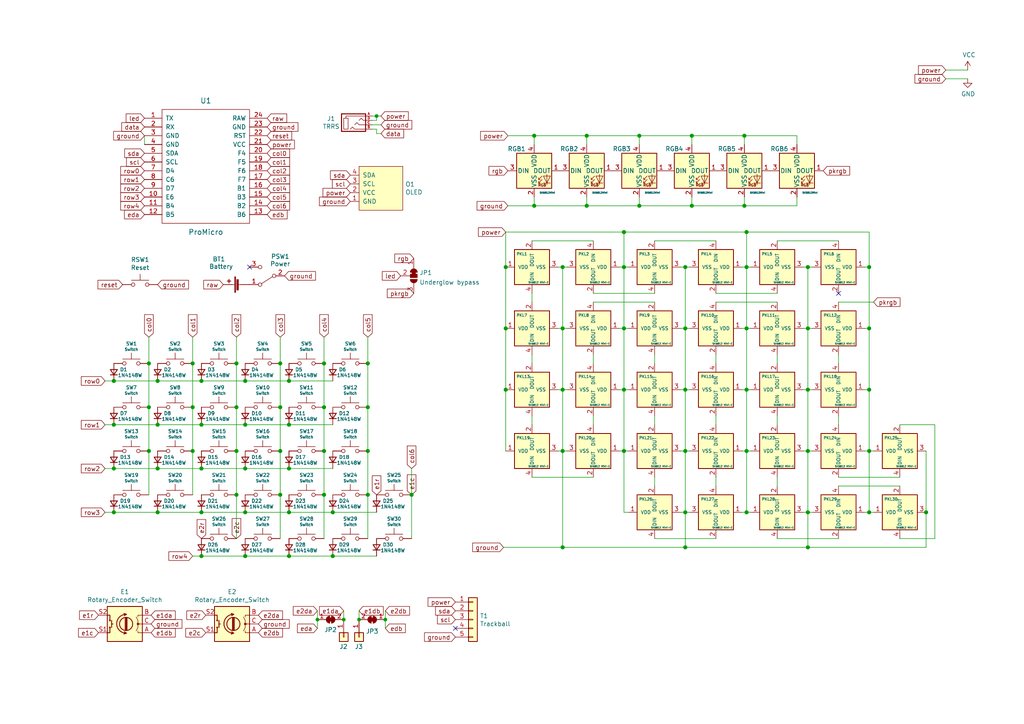
<source format=kicad_sch>
(kicad_sch (version 20210621) (generator eeschema)
  (paper "A4")
  (title_block (title "Ursula") (date "2021-11-26") (rev "0.5") (company "jmnw"))
  (junction (at 43.18 105.41) (diameter 1.016))
  (junction (at 111.76 179.705))
  (junction (at 163.195 113.03) (diameter 1.016))
  (junction (at 180.975 77.47) (diameter 1.016))
  (junction (at 45.72 148.59) (diameter 1.016))
  (junction (at 146.685 113.03) (diameter 1.016))
  (junction (at 216.535 67.31) (diameter 1.016))
  (junction (at 83.82 135.89) (diameter 1.016))
  (junction (at 154.94 39.37) (diameter 1.016))
  (junction (at 234.315 130.81) (diameter 1.016))
  (junction (at 58.42 148.59) (diameter 1.016))
  (junction (at 33.02 123.19) (diameter 1.016))
  (junction (at 71.12 135.89) (diameter 1.016))
  (junction (at 83.82 148.59) (diameter 1.016))
  (junction (at 185.42 59.69) (diameter 1.016))
  (junction (at 83.82 161.29) (diameter 1.016))
  (junction (at 119.38 143.51) (diameter 1.016))
  (junction (at 96.52 161.29) (diameter 1.016))
  (junction (at 154.94 59.69) (diameter 1.016))
  (junction (at 71.12 161.29) (diameter 1.016))
  (junction (at 180.975 113.03) (diameter 1.016))
  (junction (at 216.535 148.59) (diameter 1.016))
  (junction (at 106.68 118.11) (diameter 1.016))
  (junction (at 198.755 113.03) (diameter 1.016))
  (junction (at 198.755 95.25) (diameter 1.016))
  (junction (at 163.195 95.25) (diameter 1.016))
  (junction (at 33.02 148.59) (diameter 1.016))
  (junction (at 71.12 148.59) (diameter 1.016))
  (junction (at 93.98 143.51) (diameter 1.016))
  (junction (at 216.535 130.81) (diameter 1.016))
  (junction (at 81.28 130.81) (diameter 1.016))
  (junction (at 96.52 148.59) (diameter 1.016))
  (junction (at 170.18 39.37) (diameter 1.016))
  (junction (at 198.755 77.47) (diameter 1.016))
  (junction (at 200.66 39.37) (diameter 1.016))
  (junction (at 58.42 110.49) (diameter 1.016))
  (junction (at 106.68 130.81) (diameter 1.016))
  (junction (at 163.195 158.75) (diameter 1.016))
  (junction (at 216.535 95.25) (diameter 1.016))
  (junction (at 81.28 105.41) (diameter 1.016))
  (junction (at 99.695 179.705))
  (junction (at 83.82 110.49) (diameter 1.016))
  (junction (at 45.72 123.19) (diameter 1.016))
  (junction (at 58.42 135.89) (diameter 1.016))
  (junction (at 68.58 118.11) (diameter 1.016))
  (junction (at 268.605 148.59) (diameter 1.016))
  (junction (at 93.98 118.11) (diameter 1.016))
  (junction (at 43.18 130.81) (diameter 1.016))
  (junction (at 200.66 59.69) (diameter 1.016))
  (junction (at 215.9 59.69) (diameter 1.016))
  (junction (at 198.755 148.59) (diameter 1.016))
  (junction (at 234.315 148.59) (diameter 1.016))
  (junction (at 252.095 77.47) (diameter 1.016))
  (junction (at 163.195 77.47) (diameter 1.016))
  (junction (at 93.98 130.81) (diameter 1.016))
  (junction (at 33.02 110.49) (diameter 1.016))
  (junction (at 180.975 95.25) (diameter 1.016))
  (junction (at 45.72 110.49) (diameter 1.016))
  (junction (at 106.68 143.51) (diameter 1.016))
  (junction (at 55.88 105.41) (diameter 1.016))
  (junction (at 198.755 158.75) (diameter 1.016))
  (junction (at 163.195 130.81) (diameter 1.016))
  (junction (at 234.315 95.25) (diameter 1.016))
  (junction (at 93.98 105.41) (diameter 1.016))
  (junction (at 180.975 67.31) (diameter 1.016))
  (junction (at 71.12 110.49) (diameter 1.016))
  (junction (at 33.02 135.89) (diameter 1.016))
  (junction (at 252.095 130.81) (diameter 1.016))
  (junction (at 215.9 39.37) (diameter 1.016))
  (junction (at 252.095 148.59) (diameter 1.016))
  (junction (at 146.685 77.47) (diameter 1.016))
  (junction (at 45.72 135.89) (diameter 1.016))
  (junction (at 55.88 118.11) (diameter 1.016))
  (junction (at 104.14 179.705))
  (junction (at 58.42 123.19) (diameter 1.016))
  (junction (at 81.28 143.51) (diameter 1.016))
  (junction (at 234.315 77.47) (diameter 1.016))
  (junction (at 216.535 113.03) (diameter 1.016))
  (junction (at 92.075 179.705))
  (junction (at 216.535 77.47) (diameter 1.016))
  (junction (at 170.18 59.69) (diameter 1.016))
  (junction (at 43.18 118.11) (diameter 1.016))
  (junction (at 81.28 118.11) (diameter 1.016))
  (junction (at 68.58 143.51) (diameter 1.016))
  (junction (at 106.68 105.41) (diameter 1.016))
  (junction (at 180.975 130.81) (diameter 1.016))
  (junction (at 252.095 113.03) (diameter 1.016))
  (junction (at 58.42 161.29) (diameter 1.016))
  (junction (at 252.095 95.25) (diameter 1.016))
  (junction (at 234.315 113.03) (diameter 1.016))
  (junction (at 83.82 123.19) (diameter 1.016))
  (junction (at 109.22 33.655))
  (junction (at 68.58 105.41) (diameter 1.016))
  (junction (at 234.315 158.75) (diameter 1.016))
  (junction (at 68.58 130.81) (diameter 1.016))
  (junction (at 185.42 39.37) (diameter 1.016))
  (junction (at 71.12 123.19) (diameter 1.016))
  (junction (at 55.88 130.81) (diameter 1.016))
  (junction (at 146.685 95.25) (diameter 1.016))
  (junction (at 198.755 130.81) (diameter 1.016))
  (no_connect (at 72.39 77.47))
  (no_connect (at 243.205 85.09))
  (no_connect (at 132.08 182.245))
  (wire (pts (xy 260.985 123.19) (xy 271.145 123.19)))
  (wire (pts (xy 200.66 57.15) (xy 200.66 59.69)))
  (wire (pts (xy 197.485 148.59) (xy 198.755 148.59)))
  (wire (pts (xy 250.825 130.81) (xy 252.095 130.81)))
  (wire (pts (xy 207.645 138.43) (xy 207.645 140.97)))
  (wire (pts (xy 180.975 77.47) (xy 182.245 77.47)))
  (wire (pts (xy 55.88 161.29) (xy 58.42 161.29)))
  (wire (pts (xy 163.195 130.81) (xy 163.195 158.75)))
  (wire (pts (xy 161.925 95.25) (xy 163.195 95.25)))
  (wire (pts (xy 274.32 22.86) (xy 280.67 22.86)))
  (wire (pts (xy 243.205 140.97) (xy 260.985 140.97)))
  (wire (pts (xy 83.82 161.29) (xy 96.52 161.29)))
  (wire (pts (xy 189.865 156.21) (xy 207.645 156.21)))
  (wire (pts (xy 216.535 95.25) (xy 216.535 113.03)))
  (wire (pts (xy 119.38 143.51) (xy 119.38 156.21)))
  (wire (pts (xy 119.38 135.89) (xy 119.38 143.51)))
  (wire (pts (xy 185.42 59.69) (xy 200.66 59.69)))
  (wire (pts (xy 45.72 123.19) (xy 58.42 123.19)))
  (wire (pts (xy 215.9 39.37) (xy 231.14 39.37)))
  (wire (pts (xy 180.975 67.31) (xy 216.535 67.31)))
  (wire (pts (xy 234.315 148.59) (xy 234.315 158.75)))
  (wire (pts (xy 233.045 113.03) (xy 234.315 113.03)))
  (wire (pts (xy 179.705 130.81) (xy 180.975 130.81)))
  (wire (pts (xy 234.315 113.03) (xy 234.315 130.81)))
  (wire (pts (xy 198.755 148.59) (xy 198.755 158.75)))
  (wire (pts (xy 207.645 87.63) (xy 225.425 87.63)))
  (wire (pts (xy 207.645 120.65) (xy 207.645 123.19)))
  (wire (pts (xy 252.095 77.47) (xy 252.095 95.25)))
  (wire (pts (xy 179.705 95.25) (xy 180.975 95.25)))
  (wire (pts (xy 30.48 135.89) (xy 33.02 135.89)))
  (wire (pts (xy 58.42 123.19) (xy 71.12 123.19)))
  (wire (pts (xy 172.085 102.87) (xy 172.085 105.41)))
  (wire (pts (xy 55.88 118.11) (xy 55.88 130.81)))
  (wire (pts (xy 55.88 105.41) (xy 55.88 118.11)))
  (wire (pts (xy 55.88 97.79) (xy 55.88 105.41)))
  (wire (pts (xy 55.88 130.81) (xy 55.88 143.51)))
  (wire (pts (xy 83.82 148.59) (xy 96.52 148.59)))
  (wire (pts (xy 225.425 69.85) (xy 243.205 69.85)))
  (wire (pts (xy 250.825 113.03) (xy 252.095 113.03)))
  (wire (pts (xy 106.68 97.79) (xy 106.68 105.41)))
  (wire (pts (xy 106.68 118.11) (xy 106.68 130.81)))
  (wire (pts (xy 106.68 105.41) (xy 106.68 118.11)))
  (wire (pts (xy 106.68 130.81) (xy 106.68 143.51)))
  (wire (pts (xy 106.68 143.51) (xy 106.68 156.21)))
  (wire (pts (xy 268.605 148.59) (xy 268.605 158.75)))
  (wire (pts (xy 268.605 130.81) (xy 268.605 148.59)))
  (wire (pts (xy 30.48 123.19) (xy 33.02 123.19)))
  (wire (pts (xy 170.18 57.15) (xy 170.18 59.69)))
  (wire (pts (xy 180.975 95.25) (xy 180.975 113.03)))
  (wire (pts (xy 33.02 123.19) (xy 45.72 123.19)))
  (wire (pts (xy 198.755 77.47) (xy 198.755 95.25)))
  (wire (pts (xy 96.52 161.29) (xy 109.22 161.29)))
  (wire (pts (xy 163.195 95.25) (xy 164.465 95.25)))
  (wire (pts (xy 33.02 148.59) (xy 45.72 148.59)))
  (wire (pts (xy 170.18 39.37) (xy 185.42 39.37)))
  (wire (pts (xy 99.695 177.165) (xy 99.695 179.705)))
  (wire (pts (xy 198.755 95.25) (xy 200.025 95.25)))
  (wire (pts (xy 252.095 148.59) (xy 253.365 148.59)))
  (wire (pts (xy 197.485 95.25) (xy 198.755 95.25)))
  (wire (pts (xy 146.05 158.75) (xy 163.195 158.75)))
  (wire (pts (xy 163.195 113.03) (xy 164.465 113.03)))
  (wire (pts (xy 271.145 123.19) (xy 271.145 156.21)))
  (wire (pts (xy 215.265 77.47) (xy 216.535 77.47)))
  (wire (pts (xy 243.205 87.63) (xy 253.365 87.63)))
  (wire (pts (xy 243.205 138.43) (xy 260.985 138.43)))
  (wire (pts (xy 215.9 57.15) (xy 215.9 59.69)))
  (wire (pts (xy 216.535 113.03) (xy 216.535 130.81)))
  (wire (pts (xy 215.265 148.59) (xy 216.535 148.59)))
  (wire (pts (xy 154.94 59.69) (xy 170.18 59.69)))
  (wire (pts (xy 68.58 105.41) (xy 68.58 118.11)))
  (wire (pts (xy 68.58 97.79) (xy 68.58 105.41)))
  (wire (pts (xy 68.58 130.81) (xy 68.58 143.51)))
  (wire (pts (xy 68.58 118.11) (xy 68.58 130.81)))
  (wire (pts (xy 68.58 143.51) (xy 68.58 156.21)))
  (wire (pts (xy 234.315 95.25) (xy 234.315 113.03)))
  (wire (pts (xy 180.975 77.47) (xy 180.975 95.25)))
  (wire (pts (xy 198.755 113.03) (xy 198.755 130.81)))
  (wire (pts (xy 225.425 138.43) (xy 225.425 140.97)))
  (wire (pts (xy 215.265 130.81) (xy 216.535 130.81)))
  (wire (pts (xy 250.825 77.47) (xy 252.095 77.47)))
  (wire (pts (xy 200.66 39.37) (xy 200.66 41.91)))
  (wire (pts (xy 234.315 130.81) (xy 235.585 130.81)))
  (wire (pts (xy 198.755 158.75) (xy 234.315 158.75)))
  (wire (pts (xy 163.195 113.03) (xy 163.195 130.81)))
  (wire (pts (xy 30.48 148.59) (xy 33.02 148.59)))
  (wire (pts (xy 180.975 113.03) (xy 180.975 130.81)))
  (wire (pts (xy 146.685 95.25) (xy 146.685 113.03)))
  (wire (pts (xy 146.685 113.03) (xy 146.685 130.81)))
  (wire (pts (xy 146.685 77.47) (xy 146.685 95.25)))
  (wire (pts (xy 172.085 120.65) (xy 172.085 123.19)))
  (wire (pts (xy 252.095 77.47) (xy 252.095 67.31)))
  (wire (pts (xy 252.095 67.31) (xy 216.535 67.31)))
  (wire (pts (xy 111.76 179.705) (xy 111.76 182.245)))
  (wire (pts (xy 154.94 39.37) (xy 154.94 41.91)))
  (wire (pts (xy 33.02 110.49) (xy 45.72 110.49)))
  (wire (pts (xy 185.42 57.15) (xy 185.42 59.69)))
  (wire (pts (xy 33.02 135.89) (xy 45.72 135.89)))
  (wire (pts (xy 207.645 85.09) (xy 225.425 85.09)))
  (wire (pts (xy 185.42 39.37) (xy 185.42 41.91)))
  (wire (pts (xy 233.045 148.59) (xy 234.315 148.59)))
  (wire (pts (xy 107.95 37.465) (xy 109.22 37.465)))
  (wire (pts (xy 163.195 158.75) (xy 198.755 158.75)))
  (wire (pts (xy 170.18 59.69) (xy 185.42 59.69)))
  (wire (pts (xy 216.535 77.47) (xy 217.805 77.47)))
  (wire (pts (xy 180.975 113.03) (xy 182.245 113.03)))
  (wire (pts (xy 198.755 95.25) (xy 198.755 113.03)))
  (wire (pts (xy 274.32 20.32) (xy 280.67 20.32)))
  (wire (pts (xy 154.305 69.85) (xy 172.085 69.85)))
  (wire (pts (xy 197.485 130.81) (xy 198.755 130.81)))
  (wire (pts (xy 252.095 113.03) (xy 252.095 130.81)))
  (wire (pts (xy 41.91 39.37) (xy 41.91 41.91)))
  (wire (pts (xy 83.82 110.49) (xy 96.52 110.49)))
  (wire (pts (xy 197.485 113.03) (xy 198.755 113.03)))
  (wire (pts (xy 107.95 36.195) (xy 110.49 36.195)))
  (wire (pts (xy 71.12 135.89) (xy 83.82 135.89)))
  (wire (pts (xy 216.535 148.59) (xy 217.805 148.59)))
  (wire (pts (xy 234.315 77.47) (xy 235.585 77.47)))
  (wire (pts (xy 71.12 110.49) (xy 83.82 110.49)))
  (wire (pts (xy 234.315 158.75) (xy 268.605 158.75)))
  (wire (pts (xy 163.195 130.81) (xy 164.465 130.81)))
  (wire (pts (xy 198.755 148.59) (xy 200.025 148.59)))
  (wire (pts (xy 71.12 148.59) (xy 83.82 148.59)))
  (wire (pts (xy 163.195 77.47) (xy 163.195 95.25)))
  (wire (pts (xy 233.045 130.81) (xy 234.315 130.81)))
  (wire (pts (xy 233.045 95.25) (xy 234.315 95.25)))
  (wire (pts (xy 215.265 113.03) (xy 216.535 113.03)))
  (wire (pts (xy 154.94 57.15) (xy 154.94 59.69)))
  (wire (pts (xy 43.18 97.79) (xy 43.18 105.41)))
  (wire (pts (xy 81.28 97.79) (xy 81.28 105.41)))
  (wire (pts (xy 81.28 130.81) (xy 81.28 143.51)))
  (wire (pts (xy 81.28 118.11) (xy 81.28 130.81)))
  (wire (pts (xy 81.28 105.41) (xy 81.28 118.11)))
  (wire (pts (xy 81.28 143.51) (xy 81.28 156.21)))
  (wire (pts (xy 216.535 77.47) (xy 216.535 95.25)))
  (wire (pts (xy 231.14 39.37) (xy 231.14 41.91)))
  (wire (pts (xy 107.95 34.925) (xy 109.22 34.925)))
  (wire (pts (xy 250.825 95.25) (xy 252.095 95.25)))
  (wire (pts (xy 43.18 118.11) (xy 43.18 130.81)))
  (wire (pts (xy 43.18 105.41) (xy 43.18 118.11)))
  (wire (pts (xy 43.18 130.81) (xy 43.18 143.51)))
  (wire (pts (xy 163.195 95.25) (xy 163.195 113.03)))
  (wire (pts (xy 216.535 130.81) (xy 217.805 130.81)))
  (wire (pts (xy 215.9 39.37) (xy 215.9 41.91)))
  (wire (pts (xy 185.42 39.37) (xy 200.66 39.37)))
  (wire (pts (xy 225.425 102.87) (xy 225.425 105.41)))
  (wire (pts (xy 216.535 113.03) (xy 217.805 113.03)))
  (wire (pts (xy 109.22 33.655) (xy 110.49 33.655)))
  (wire (pts (xy 182.245 148.59) (xy 180.975 148.59)))
  (wire (pts (xy 250.825 148.59) (xy 252.095 148.59)))
  (wire (pts (xy 104.14 177.165) (xy 104.14 179.705)))
  (wire (pts (xy 147.32 59.69) (xy 154.94 59.69)))
  (wire (pts (xy 207.645 102.87) (xy 207.645 105.41)))
  (wire (pts (xy 172.085 87.63) (xy 189.865 87.63)))
  (wire (pts (xy 179.705 77.47) (xy 180.975 77.47)))
  (wire (pts (xy 198.755 130.81) (xy 200.025 130.81)))
  (wire (pts (xy 71.12 161.29) (xy 83.82 161.29)))
  (wire (pts (xy 225.425 156.21) (xy 243.205 156.21)))
  (wire (pts (xy 234.315 77.47) (xy 234.315 95.25)))
  (wire (pts (xy 180.975 148.59) (xy 180.975 130.81)))
  (wire (pts (xy 96.52 148.59) (xy 109.22 148.59)))
  (wire (pts (xy 58.42 148.59) (xy 71.12 148.59)))
  (wire (pts (xy 161.925 130.81) (xy 163.195 130.81)))
  (wire (pts (xy 198.755 77.47) (xy 200.025 77.47)))
  (wire (pts (xy 234.315 148.59) (xy 235.585 148.59)))
  (wire (pts (xy 200.66 59.69) (xy 215.9 59.69)))
  (wire (pts (xy 189.865 69.85) (xy 207.645 69.85)))
  (wire (pts (xy 243.205 120.65) (xy 243.205 123.19)))
  (wire (pts (xy 252.095 95.25) (xy 252.095 113.03)))
  (wire (pts (xy 58.42 135.89) (xy 71.12 135.89)))
  (wire (pts (xy 58.42 110.49) (xy 71.12 110.49)))
  (wire (pts (xy 45.72 135.89) (xy 58.42 135.89)))
  (wire (pts (xy 146.685 67.31) (xy 180.975 67.31)))
  (wire (pts (xy 172.085 85.09) (xy 189.865 85.09)))
  (wire (pts (xy 109.22 37.465) (xy 109.22 38.735)))
  (wire (pts (xy 109.22 38.735) (xy 110.49 38.735)))
  (wire (pts (xy 231.14 57.15) (xy 231.14 59.69)))
  (wire (pts (xy 45.72 110.49) (xy 58.42 110.49)))
  (wire (pts (xy 163.195 77.47) (xy 164.465 77.47)))
  (wire (pts (xy 154.305 85.09) (xy 154.305 87.63)))
  (wire (pts (xy 71.12 123.19) (xy 83.82 123.19)))
  (wire (pts (xy 252.095 130.81) (xy 253.365 130.81)))
  (wire (pts (xy 189.865 138.43) (xy 189.865 140.97)))
  (wire (pts (xy 180.975 95.25) (xy 182.245 95.25)))
  (wire (pts (xy 147.32 39.37) (xy 154.94 39.37)))
  (wire (pts (xy 154.305 138.43) (xy 172.085 138.43)))
  (wire (pts (xy 93.98 97.79) (xy 93.98 105.41)))
  (wire (pts (xy 93.98 130.81) (xy 93.98 143.51)))
  (wire (pts (xy 93.98 105.41) (xy 93.98 118.11)))
  (wire (pts (xy 93.98 118.11) (xy 93.98 130.81)))
  (wire (pts (xy 93.98 143.51) (xy 93.98 156.21)))
  (wire (pts (xy 109.22 34.925) (xy 109.22 33.655)))
  (wire (pts (xy 252.095 130.81) (xy 252.095 148.59)))
  (wire (pts (xy 107.95 33.655) (xy 109.22 33.655)))
  (wire (pts (xy 243.205 102.87) (xy 243.205 105.41)))
  (wire (pts (xy 189.865 120.65) (xy 189.865 123.19)))
  (wire (pts (xy 45.72 148.59) (xy 58.42 148.59)))
  (wire (pts (xy 216.535 67.31) (xy 216.535 77.47)))
  (wire (pts (xy 189.865 102.87) (xy 189.865 105.41)))
  (wire (pts (xy 215.9 59.69) (xy 231.14 59.69)))
  (wire (pts (xy 216.535 130.81) (xy 216.535 148.59)))
  (wire (pts (xy 161.925 77.47) (xy 163.195 77.47)))
  (wire (pts (xy 215.265 95.25) (xy 216.535 95.25)))
  (wire (pts (xy 154.94 39.37) (xy 170.18 39.37)))
  (wire (pts (xy 30.48 110.49) (xy 33.02 110.49)))
  (wire (pts (xy 200.66 39.37) (xy 215.9 39.37)))
  (wire (pts (xy 180.975 130.81) (xy 182.245 130.81)))
  (wire (pts (xy 83.82 135.89) (xy 96.52 135.89)))
  (wire (pts (xy 170.18 39.37) (xy 170.18 41.91)))
  (wire (pts (xy 234.315 95.25) (xy 235.585 95.25)))
  (wire (pts (xy 83.82 123.19) (xy 96.52 123.19)))
  (wire (pts (xy 216.535 95.25) (xy 217.805 95.25)))
  (wire (pts (xy 154.305 102.87) (xy 154.305 105.41)))
  (wire (pts (xy 271.145 156.21) (xy 260.985 156.21)))
  (wire (pts (xy 233.045 77.47) (xy 234.315 77.47)))
  (wire (pts (xy 180.975 67.31) (xy 180.975 77.47)))
  (wire (pts (xy 197.485 77.47) (xy 198.755 77.47)))
  (wire (pts (xy 111.76 177.165) (xy 111.76 179.705)))
  (wire (pts (xy 234.315 113.03) (xy 235.585 113.03)))
  (wire (pts (xy 58.42 161.29) (xy 71.12 161.29)))
  (wire (pts (xy 179.705 113.03) (xy 180.975 113.03)))
  (wire (pts (xy 225.425 120.65) (xy 225.425 123.19)))
  (wire (pts (xy 198.755 113.03) (xy 200.025 113.03)))
  (wire (pts (xy 154.305 120.65) (xy 154.305 123.19)))
  (wire (pts (xy 234.315 130.81) (xy 234.315 148.59)))
  (wire (pts (xy 161.925 113.03) (xy 163.195 113.03)))
  (wire (pts (xy 92.075 179.705) (xy 92.075 182.245)))
  (wire (pts (xy 92.075 177.165) (xy 92.075 179.705)))
  (wire (pts (xy 198.755 130.81) (xy 198.755 148.59)))
  (wire (pts (xy 146.685 67.31) (xy 146.685 77.47)))
  (global_label "col5" (shape input) (at 106.68 97.79 90) (property "Intersheet References" "${INTERSHEET_REFS}" (effects hide)))
  (global_label "reset" (shape input) (at 77.47 39.37 0) (property "Intersheet References" "${INTERSHEET_REFS}" (effects hide)))
  (global_label "col4" (shape input) (at 93.98 97.79 90) (property "Intersheet References" "${INTERSHEET_REFS}" (effects hide)))
  (global_label "col6" (shape input) (at 119.38 135.89 90) (property "Intersheet References" "${INTERSHEET_REFS}" (effects hide)))
  (global_label "e1da" (shape input) (at 99.695 177.165 180) (property "Intersheet References" "${INTERSHEET_REFS}" (effects hide)))
  (global_label "row0" (shape input) (at 30.48 110.49 180) (property "Intersheet References" "${INTERSHEET_REFS}" (effects hide)))
  (global_label "e2da" (shape input) (at 74.93 178.435 0) (property "Intersheet References" "${INTERSHEET_REFS}" (effects hide)))
  (global_label "ground" (shape input) (at 147.32 59.69 180) (property "Intersheet References" "${INTERSHEET_REFS}" (effects hide)))
  (global_label "ground" (shape input) (at 77.47 36.83 0) (property "Intersheet References" "${INTERSHEET_REFS}" (effects hide)))
  (global_label "row3" (shape input) (at 41.91 57.15 180) (property "Intersheet References" "${INTERSHEET_REFS}" (effects hide)))
  (global_label "ground" (shape input) (at 41.91 39.37 180) (property "Intersheet References" "${INTERSHEET_REFS}" (effects hide)))
  (global_label "pkrgb" (shape input) (at 253.365 87.63 0) (property "Intersheet References" "${INTERSHEET_REFS}" (effects hide)))
  (global_label "sda" (shape input) (at 41.91 44.45 180) (property "Intersheet References" "${INTERSHEET_REFS}" (effects hide)))
  (global_label "scl" (shape input) (at 101.6 53.34 180) (property "Intersheet References" "${INTERSHEET_REFS}" (effects hide)))
  (global_label "ground" (shape input) (at 74.93 180.975 0) (property "Intersheet References" "${INTERSHEET_REFS}" (effects hide)))
  (global_label "col2" (shape input) (at 77.47 49.53 0) (property "Intersheet References" "${INTERSHEET_REFS}" (effects hide)))
  (global_label "ground" (shape input) (at 43.815 180.975 0) (property "Intersheet References" "${INTERSHEET_REFS}" (effects hide)))
  (global_label "e1da" (shape input) (at 43.815 178.435 0) (property "Intersheet References" "${INTERSHEET_REFS}" (effects hide)))
  (global_label "power" (shape input) (at 146.685 67.31 180) (property "Intersheet References" "${INTERSHEET_REFS}" (effects hide)))
  (global_label "col4" (shape input) (at 77.47 54.61 0) (property "Intersheet References" "${INTERSHEET_REFS}" (effects hide)))
  (global_label "ground" (shape input) (at 274.32 22.86 180) (property "Intersheet References" "${INTERSHEET_REFS}" (effects hide)))
  (global_label "data" (shape input) (at 41.91 36.83 180) (property "Intersheet References" "${INTERSHEET_REFS}" (effects hide)))
  (global_label "raw" (shape input) (at 77.47 34.29 0) (property "Intersheet References" "${INTERSHEET_REFS}" (effects hide)))
  (global_label "col3" (shape input) (at 77.47 52.07 0) (property "Intersheet References" "${INTERSHEET_REFS}" (effects hide)))
  (global_label "e1r" (shape input) (at 28.575 178.435 180) (property "Intersheet References" "${INTERSHEET_REFS}" (effects hide)))
  (global_label "power" (shape input) (at 147.32 39.37 180) (property "Intersheet References" "${INTERSHEET_REFS}" (effects hide)))
  (global_label "data" (shape input) (at 110.49 38.735 0) (property "Intersheet References" "${INTERSHEET_REFS}" (effects hide)))
  (global_label "col0" (shape input) (at 43.18 97.79 90) (property "Intersheet References" "${INTERSHEET_REFS}" (effects hide)))
  (global_label "e2c" (shape input) (at 68.58 156.21 90) (property "Intersheet References" "${INTERSHEET_REFS}" (effects hide)))
  (global_label "edb" (shape input) (at 77.47 62.23 0) (property "Intersheet References" "${INTERSHEET_REFS}" (effects hide)))
  (global_label "eda" (shape input) (at 92.075 182.245 180) (property "Intersheet References" "${INTERSHEET_REFS}" (effects hide)))
  (global_label "e2db" (shape input) (at 74.93 183.515 0) (property "Intersheet References" "${INTERSHEET_REFS}" (effects hide)))
  (global_label "e2r" (shape input) (at 58.42 156.21 90) (property "Intersheet References" "${INTERSHEET_REFS}" (effects hide)))
  (global_label "row2" (shape input) (at 30.48 135.89 180) (property "Intersheet References" "${INTERSHEET_REFS}" (effects hide)))
  (global_label "led" (shape input) (at 41.91 34.29 180) (property "Intersheet References" "${INTERSHEET_REFS}" (effects hide)))
  (global_label "pkrgb" (shape input) (at 120.015 85.09 180) (property "Intersheet References" "${INTERSHEET_REFS}" (effects hide)))
  (global_label "ground" (shape input) (at 132.08 184.785 180) (property "Intersheet References" "${INTERSHEET_REFS}" (effects hide)))
  (global_label "pkrgb" (shape input) (at 238.76 49.53 0) (property "Intersheet References" "${INTERSHEET_REFS}" (effects hide)))
  (global_label "ground" (shape input) (at 146.05 158.75 180) (property "Intersheet References" "${INTERSHEET_REFS}" (effects hide)))
  (global_label "power" (shape input) (at 274.32 20.32 180) (property "Intersheet References" "${INTERSHEET_REFS}" (effects hide)))
  (global_label "raw" (shape input) (at 64.77 82.55 180) (property "Intersheet References" "${INTERSHEET_REFS}" (effects hide)))
  (global_label "sda" (shape input) (at 101.6 50.8 180) (property "Intersheet References" "${INTERSHEET_REFS}" (effects hide)))
  (global_label "row2" (shape input) (at 41.91 54.61 180) (property "Intersheet References" "${INTERSHEET_REFS}" (effects hide)))
  (global_label "row1" (shape input) (at 41.91 52.07 180) (property "Intersheet References" "${INTERSHEET_REFS}" (effects hide)))
  (global_label "sda" (shape input) (at 132.08 177.165 180) (property "Intersheet References" "${INTERSHEET_REFS}" (effects hide)))
  (global_label "ground" (shape input) (at 110.49 36.195 0) (property "Intersheet References" "${INTERSHEET_REFS}" (effects hide)))
  (global_label "ground" (shape input) (at 82.55 80.01 0) (property "Intersheet References" "${INTERSHEET_REFS}" (effects hide)))
  (global_label "eda" (shape input) (at 41.91 62.23 180) (property "Intersheet References" "${INTERSHEET_REFS}" (effects hide)))
  (global_label "col1" (shape input) (at 77.47 46.99 0) (property "Intersheet References" "${INTERSHEET_REFS}" (effects hide)))
  (global_label "col2" (shape input) (at 68.58 97.79 90) (property "Intersheet References" "${INTERSHEET_REFS}" (effects hide)))
  (global_label "rgb" (shape input) (at 147.32 49.53 180) (property "Intersheet References" "${INTERSHEET_REFS}" (effects hide)))
  (global_label "row0" (shape input) (at 41.91 49.53 180) (property "Intersheet References" "${INTERSHEET_REFS}" (effects hide)))
  (global_label "power" (shape input) (at 77.47 41.91 0) (property "Intersheet References" "${INTERSHEET_REFS}" (effects hide)))
  (global_label "row4" (shape input) (at 41.91 59.69 180) (property "Intersheet References" "${INTERSHEET_REFS}" (effects hide)))
  (global_label "e1c" (shape input) (at 28.575 183.515 180) (property "Intersheet References" "${INTERSHEET_REFS}" (effects hide)))
  (global_label "ground" (shape input) (at 101.6 58.42 180) (property "Intersheet References" "${INTERSHEET_REFS}" (effects hide)))
  (global_label "col1" (shape input) (at 55.88 97.79 90) (property "Intersheet References" "${INTERSHEET_REFS}" (effects hide)))
  (global_label "col3" (shape input) (at 81.28 97.79 90) (property "Intersheet References" "${INTERSHEET_REFS}" (effects hide)))
  (global_label "reset" (shape input) (at 35.56 82.55 180) (property "Intersheet References" "${INTERSHEET_REFS}" (effects hide)))
  (global_label "e1c" (shape input) (at 119.38 143.51 90) (property "Intersheet References" "${INTERSHEET_REFS}" (effects hide)))
  (global_label "col6" (shape input) (at 77.47 59.69 0) (property "Intersheet References" "${INTERSHEET_REFS}" (effects hide)))
  (global_label "row4" (shape input) (at 55.88 161.29 180) (property "Intersheet References" "${INTERSHEET_REFS}" (effects hide)))
  (global_label "rgb" (shape input) (at 120.015 74.93 180) (property "Intersheet References" "${INTERSHEET_REFS}" (effects hide)))
  (global_label "e2db" (shape input) (at 111.76 177.165 0) (property "Intersheet References" "${INTERSHEET_REFS}" (effects hide)))
  (global_label "col5" (shape input) (at 77.47 57.15 0) (property "Intersheet References" "${INTERSHEET_REFS}" (effects hide)))
  (global_label "row3" (shape input) (at 30.48 148.59 180) (property "Intersheet References" "${INTERSHEET_REFS}" (effects hide)))
  (global_label "led" (shape input) (at 116.205 80.01 180) (property "Intersheet References" "${INTERSHEET_REFS}" (effects hide)))
  (global_label "edb" (shape input) (at 111.76 182.245 0) (property "Intersheet References" "${INTERSHEET_REFS}" (effects hide)))
  (global_label "e2da" (shape input) (at 92.075 177.165 180) (property "Intersheet References" "${INTERSHEET_REFS}" (effects hide)))
  (global_label "row1" (shape input) (at 30.48 123.19 180) (property "Intersheet References" "${INTERSHEET_REFS}" (effects hide)))
  (global_label "power" (shape input) (at 101.6 55.88 180) (property "Intersheet References" "${INTERSHEET_REFS}" (effects hide)))
  (global_label "power" (shape input) (at 110.49 33.655 0) (property "Intersheet References" "${INTERSHEET_REFS}" (effects hide)))
  (global_label "e1r" (shape input) (at 109.22 143.51 90) (property "Intersheet References" "${INTERSHEET_REFS}" (effects hide)))
  (global_label "ground" (shape input) (at 45.72 82.55 0) (property "Intersheet References" "${INTERSHEET_REFS}" (effects hide)))
  (global_label "scl" (shape input) (at 132.08 179.705 180) (property "Intersheet References" "${INTERSHEET_REFS}" (effects hide)))
  (global_label "e2c" (shape input) (at 59.69 183.515 180) (property "Intersheet References" "${INTERSHEET_REFS}" (effects hide)))
  (global_label "scl" (shape input) (at 41.91 46.99 180) (property "Intersheet References" "${INTERSHEET_REFS}" (effects hide)))
  (global_label "e2r" (shape input) (at 59.69 178.435 180) (property "Intersheet References" "${INTERSHEET_REFS}" (effects hide)))
  (global_label "power" (shape input) (at 132.08 174.625 180) (property "Intersheet References" "${INTERSHEET_REFS}" (effects hide)))
  (global_label "col0" (shape input) (at 77.47 44.45 0) (property "Intersheet References" "${INTERSHEET_REFS}" (effects hide)))
  (global_label "e1db" (shape input) (at 104.14 177.165 0) (property "Intersheet References" "${INTERSHEET_REFS}" (effects hide)))
  (global_label "e1db" (shape input) (at 43.815 183.515 0) (property "Intersheet References" "${INTERSHEET_REFS}" (effects hide)))
  (symbol (lib_id "bugs:ProMicro-kbd") (at 59.69 53.34 0) (unit 1)
    (property "Reference" "U1" (at 59.69 29.21 0) (effects (font (size 1.524 1.524))))
    (property "Value" "ProMicro" (at 59.69 67.31 0) (effects (font (size 1.524 1.524))))
    (property "Footprint" "ursula:promicro" (effects hide))
  )
  (symbol (lib_id "Device:D_Small") (at 45.72 120.65 90) (unit 1)
    (property "Reference" "D8" (at 47.4981 119.8891 90) (effects (font (size 1 1)) (justify right)))
    (property "Value" " 1N4148W" (at 46.8631 121.5528 90) (effects (font (size 1 1)) (justify right)))
    (property "Footprint" "ursula:diode" (effects hide))
  )
  (symbol (lib_id "Device:D_Small") (at 45.72 133.35 90) (unit 1)
    (property "Reference" "D14" (at 47.4981 132.5891 90) (effects (font (size 1 1)) (justify right)))
    (property "Value" " 1N4148W" (at 46.8631 134.2528 90) (effects (font (size 1 1)) (justify right)))
    (property "Footprint" "ursula:diode" (effects hide))
  )
  (symbol (lib_id "YAEMK:SK6812MINI") (at 170.18 49.53 0) (unit 1)
    (property "Reference" "RGB2" (at 165.1 43.18 0))
    (property "Value" "SK6812Mini" (at 173.99 55.88 0) (effects (font (size 0.5 0.5))))
    (property "Footprint" "ursula:led_underglow" (effects hide))
    (property "JLCPCB BOM" "0" (effects hide))
  )
  (symbol (lib_id "Switch:SW_Push") (at 38.1 130.81 0) (mirror y) (unit 1)
    (property "Reference" "SW13" (at 38.1 125.0908 0) (effects (font (size 1 1))))
    (property "Value" "Switch" (at 38.1 126.7545 0) (effects (font (size 0.8 0.8))))
    (property "Footprint" "ursula:switch_key" (effects hide))
  )
  (symbol (lib_id "Switch:SW_SPDT") (at 77.47 80.01 180) (unit 1)
    (property "Reference" "PSW1" (at 81.28 74.3924 0))
    (property "Value" "Power" (at 81.28 76.5325 0))
    (property "Footprint" "ursula:switch_power" (effects hide))
  )
  (symbol (lib_id "igelkott-rescue:SSD1306-SSD1306-128x64_OLED") (at 110.49 54.61 90) (unit 1)
    (property "Reference" "O1" (at 117.5512 53.4416 90) (effects (justify right)))
    (property "Value" "OLED" (at 117.5512 55.753 90) (effects (justify right)))
    (property "Footprint" "ursula:oled" (effects hide))
  )
  (symbol (lib_id "kbd:YS-SK6812MINI-E") (at 243.205 95.25 270) (unit 1)
    (property "Reference" "PKL12" (at 238.8355 91.44 90) (effects (font (size 0.8 0.8)) (justify left)))
    (property "Value" "SK6812 Mini-E" (at 248.0794 99.695 90) (effects (font (size 0.5 0.5)) (justify right)))
    (property "Footprint" "ursula:led_per_key" (effects hide))
  )
  (symbol (lib_id "Device:D_Small") (at 83.82 146.05 90) (unit 1)
    (property "Reference" "D23" (at 85.5981 145.2891 90) (effects (font (size 1 1)) (justify right)))
    (property "Value" " 1N4148W" (at 84.9631 146.9528 90) (effects (font (size 1 1)) (justify right)))
    (property "Footprint" "ursula:diode" (effects hide))
  )
  (symbol (lib_id "Device:D_Small") (at 96.52 120.65 90) (unit 1)
    (property "Reference" "D12" (at 98.2981 119.8891 90) (effects (font (size 1 1)) (justify right)))
    (property "Value" " 1N4148W" (at 97.6631 121.5528 90) (effects (font (size 1 1)) (justify right)))
    (property "Footprint" "ursula:diode" (effects hide))
  )
  (symbol (lib_id "YAEMK:SK6812MINI") (at 200.66 49.53 0) (unit 1)
    (property "Reference" "RGB4" (at 195.58 43.18 0))
    (property "Value" "SK6812Mini" (at 204.47 55.88 0) (effects (font (size 0.5 0.5))))
    (property "Footprint" "ursula:led_underglow" (effects hide))
    (property "JLCPCB BOM" "0" (effects hide))
  )
  (symbol (lib_id "kbd:YS-SK6812MINI-E") (at 207.645 113.03 270) (unit 1)
    (property "Reference" "PKL16" (at 203.2755 109.22 90) (effects (font (size 0.8 0.8)) (justify left)))
    (property "Value" "SK6812 Mini-E" (at 212.5194 117.475 90) (effects (font (size 0.5 0.5)) (justify right)))
    (property "Footprint" "ursula:led_per_key" (effects hide))
  )
  (symbol (lib_id "Switch:SW_Push") (at 76.2 143.51 0) (mirror y) (unit 1)
    (property "Reference" "SW22" (at 76.2 137.7908 0) (effects (font (size 1 1))))
    (property "Value" "Switch" (at 76.2 139.4545 0) (effects (font (size 0.8 0.8))))
    (property "Footprint" "ursula:switch_key" (effects hide))
  )
  (symbol (lib_id "Device:D_Small") (at 71.12 158.75 90) (unit 1)
    (property "Reference" "D27" (at 72.8981 157.9891 90) (effects (font (size 1 1)) (justify right)))
    (property "Value" " 1N4148W" (at 72.2631 159.6528 90) (effects (font (size 1 1)) (justify right)))
    (property "Footprint" "ursula:diode" (effects hide))
  )
  (symbol (lib_id "Device:D_Small") (at 33.02 146.05 90) (unit 1)
    (property "Reference" "D19" (at 34.7981 145.2891 90) (effects (font (size 1 1)) (justify right)))
    (property "Value" " 1N4148W" (at 34.1631 146.9528 90) (effects (font (size 1 1)) (justify right)))
    (property "Footprint" "ursula:diode" (effects hide))
  )
  (symbol (lib_id "Device:D_Small") (at 58.42 107.95 90) (unit 1)
    (property "Reference" "D3" (at 60.1981 107.1891 90) (effects (font (size 1 1)) (justify right)))
    (property "Value" " 1N4148W" (at 59.5631 108.8528 90) (effects (font (size 1 1)) (justify right)))
    (property "Footprint" "ursula:diode" (effects hide))
  )
  (symbol (lib_id "Switch:SW_Push") (at 63.5 143.51 0) (mirror y) (unit 1)
    (property "Reference" "SW21" (at 63.5 137.7908 0) (effects (font (size 1 1))))
    (property "Value" "Switch" (at 63.5 139.4545 0) (effects (font (size 0.8 0.8))))
    (property "Footprint" "ursula:switch_key" (effects hide))
  )
  (symbol (lib_id "Switch:SW_Push") (at 63.5 105.41 0) (mirror y) (unit 1)
    (property "Reference" "SW3" (at 63.5 99.6908 0) (effects (font (size 1 1))))
    (property "Value" "Switch" (at 63.5 101.3545 0) (effects (font (size 0.8 0.8))))
    (property "Footprint" "ursula:switch_key" (effects hide))
  )
  (symbol (lib_id "Device:D_Small") (at 45.72 107.95 90) (unit 1)
    (property "Reference" "D2" (at 47.4981 107.1891 90) (effects (font (size 1 1)) (justify right)))
    (property "Value" " 1N4148W" (at 46.8631 108.8528 90) (effects (font (size 1 1)) (justify right)))
    (property "Footprint" "ursula:diode" (effects hide))
  )
  (symbol (lib_id "kbd:MJ-4PP-9") (at 102.87 35.56 0) (unit 1)
    (property "Reference" "J1" (at 96.0374 34.3916 0))
    (property "Value" "TRRS" (at 96.0374 36.703 0))
    (property "Footprint" "ursula:trrs_jack" (effects hide))
  )
  (symbol (lib_id "kbd:YS-SK6812MINI-E") (at 189.865 113.03 90) (unit 1)
    (property "Reference" "PKL15" (at 185.3445 109.22 90) (effects (font (size 0.8 0.8)) (justify right)))
    (property "Value" "SK6812 Mini-E" (at 188.8006 117.475 90) (effects (font (size 0.5 0.5)) (justify right)))
    (property "Footprint" "ursula:led_per_key" (effects hide))
  )
  (symbol (lib_id "kbd:YS-SK6812MINI-E") (at 225.425 77.47 90) (unit 1)
    (property "Reference" "PKL5" (at 220.9045 73.66 90) (effects (font (size 0.8 0.8)) (justify right)))
    (property "Value" "SK6812 Mini-E" (at 224.3606 81.915 90) (effects (font (size 0.5 0.5)) (justify right)))
    (property "Footprint" "ursula:led_per_key" (effects hide))
  )
  (symbol (lib_id "Switch:SW_Push") (at 101.6 130.81 0) (mirror y) (unit 1)
    (property "Reference" "SW18" (at 101.6 125.0908 0) (effects (font (size 1 1))))
    (property "Value" "Switch" (at 101.6 126.7545 0) (effects (font (size 0.8 0.8))))
    (property "Footprint" "ursula:switch_key" (effects hide))
  )
  (symbol (lib_id "Switch:SW_Push") (at 88.9 118.11 0) (mirror y) (unit 1)
    (property "Reference" "SW11" (at 88.9 112.3908 0) (effects (font (size 1 1))))
    (property "Value" "Switch" (at 88.9 114.0545 0) (effects (font (size 0.8 0.8))))
    (property "Footprint" "ursula:switch_key" (effects hide))
  )
  (symbol (lib_id "kbd:YS-SK6812MINI-E") (at 243.205 113.03 270) (unit 1)
    (property "Reference" "PKL18" (at 238.8355 109.22 90) (effects (font (size 0.8 0.8)) (justify left)))
    (property "Value" "SK6812 Mini-E" (at 248.0794 117.475 90) (effects (font (size 0.5 0.5)) (justify right)))
    (property "Footprint" "ursula:led_per_key" (effects hide))
  )
  (symbol (lib_id "YAEMK:SK6812MINI") (at 215.9 49.53 0) (unit 1)
    (property "Reference" "RGB5" (at 210.82 43.18 0))
    (property "Value" "SK6812Mini" (at 219.71 55.88 0) (effects (font (size 0.5 0.5))))
    (property "Footprint" "ursula:led_underglow" (effects hide))
    (property "JLCPCB BOM" "0" (effects hide))
  )
  (symbol (lib_id "Device:D_Small") (at 71.12 133.35 90) (unit 1)
    (property "Reference" "D16" (at 72.8981 132.5891 90) (effects (font (size 1 1)) (justify right)))
    (property "Value" " 1N4148W" (at 72.2631 134.2528 90) (effects (font (size 1 1)) (justify right)))
    (property "Footprint" "ursula:diode" (effects hide))
  )
  (symbol (lib_id "Switch:SW_Push") (at 76.2 156.21 0) (mirror y) (unit 1)
    (property "Reference" "SW27" (at 76.2 150.4908 0) (effects (font (size 1 1))))
    (property "Value" "Switch" (at 76.2 152.1545 0) (effects (font (size 0.8 0.8))))
    (property "Footprint" "ursula:switch_key" (effects hide))
  )
  (symbol (lib_id "Device:D_Small") (at 96.52 107.95 90) (unit 1)
    (property "Reference" "D6" (at 98.2981 107.1891 90) (effects (font (size 1 1)) (justify right)))
    (property "Value" " 1N4148W" (at 97.6631 108.8528 90) (effects (font (size 1 1)) (justify right)))
    (property "Footprint" "ursula:diode" (effects hide))
  )
  (symbol (lib_id "Connector_Generic:Conn_01x05") (at 137.16 179.705 0) (unit 1)
    (property "Reference" "T1" (at 139.192 178.6382 0) (effects (justify left)))
    (property "Value" "Trackball" (at 139.192 180.9496 0) (effects (justify left)))
    (property "Footprint" "ursula:trackball" (effects hide))
  )
  (symbol (lib_id "power:GND") (at 280.67 22.86 0) (unit 1)
    (property "Reference" "#PWR0101" (effects hide))
    (property "Value" "GND" (at 280.797 27.2542 0))
  )
  (symbol (lib_id "kbd:YS-SK6812MINI-E") (at 172.085 95.25 270) (unit 1)
    (property "Reference" "PKL8" (at 167.7155 91.44 90) (effects (font (size 0.8 0.8)) (justify left)))
    (property "Value" "SK6812 Mini-E" (at 176.9594 99.695 90) (effects (font (size 0.5 0.5)) (justify right)))
    (property "Footprint" "ursula:led_per_key" (effects hide))
  )
  (symbol (lib_id "kbd:YS-SK6812MINI-E") (at 243.205 148.59 270) (unit 1)
    (property "Reference" "PKL29" (at 238.8355 144.78 90) (effects (font (size 0.8 0.8)) (justify left)))
    (property "Value" "SK6812 Mini-E" (at 248.0794 153.035 90) (effects (font (size 0.5 0.5)) (justify right)))
    (property "Footprint" "ursula:led_per_key" (effects hide))
  )
  (symbol (lib_id "kbd:YS-SK6812MINI-E") (at 243.205 130.81 270) (unit 1)
    (property "Reference" "PKL24" (at 238.8355 127 90) (effects (font (size 0.8 0.8)) (justify left)))
    (property "Value" "SK6812 Mini-E" (at 248.0794 135.255 90) (effects (font (size 0.5 0.5)) (justify right)))
    (property "Footprint" "ursula:led_per_key" (effects hide))
  )
  (symbol (lib_id "kbd:YS-SK6812MINI-E") (at 189.865 95.25 90) (unit 1)
    (property "Reference" "PKL9" (at 185.3445 91.44 90) (effects (font (size 0.8 0.8)) (justify right)))
    (property "Value" "SK6812 Mini-E" (at 188.8006 99.695 90) (effects (font (size 0.5 0.5)) (justify right)))
    (property "Footprint" "ursula:led_per_key" (effects hide))
  )
  (symbol (lib_id "Device:D_Small") (at 71.12 146.05 90) (unit 1)
    (property "Reference" "D22" (at 72.8981 145.2891 90) (effects (font (size 1 1)) (justify right)))
    (property "Value" " 1N4148W" (at 72.2631 146.9528 90) (effects (font (size 1 1)) (justify right)))
    (property "Footprint" "ursula:diode" (effects hide))
  )
  (symbol (lib_id "Switch:SW_Push") (at 88.9 105.41 0) (mirror y) (unit 1)
    (property "Reference" "SW5" (at 88.9 99.6908 0) (effects (font (size 1 1))))
    (property "Value" "Switch" (at 88.9 101.3545 0) (effects (font (size 0.8 0.8))))
    (property "Footprint" "ursula:switch_key" (effects hide))
  )
  (symbol (lib_id "Switch:SW_Push") (at 38.1 105.41 0) (mirror y) (unit 1)
    (property "Reference" "SW1" (at 38.1 99.6908 0) (effects (font (size 1 1))))
    (property "Value" "Switch" (at 38.1 101.3545 0) (effects (font (size 0.8 0.8))))
    (property "Footprint" "ursula:switch_key" (effects hide))
  )
  (symbol (lib_id "Device:Rotary_Encoder_Switch") (at 67.31 180.975 180) (unit 1)
    (property "Reference" "E2" (at 67.31 171.6532 0))
    (property "Value" "Rotary_Encoder_Switch" (at 67.31 173.9646 0))
    (property "Footprint" "ursula:encoder" (effects hide))
  )
  (symbol (lib_id "Switch:SW_Push") (at 101.6 118.11 0) (mirror y) (unit 1)
    (property "Reference" "SW12" (at 101.6 112.3908 0) (effects (font (size 1 1))))
    (property "Value" "Switch" (at 101.6 114.0545 0) (effects (font (size 0.8 0.8))))
    (property "Footprint" "ursula:switch_key" (effects hide))
  )
  (symbol (lib_id "Device:D_Small") (at 58.42 120.65 90) (unit 1)
    (property "Reference" "D9" (at 60.1981 119.8891 90) (effects (font (size 1 1)) (justify right)))
    (property "Value" " 1N4148W" (at 59.5631 121.5528 90) (effects (font (size 1 1)) (justify right)))
    (property "Footprint" "ursula:diode" (effects hide))
  )
  (symbol (lib_id "Switch:SW_Push") (at 50.8 130.81 0) (mirror y) (unit 1)
    (property "Reference" "SW14" (at 50.8 125.0908 0) (effects (font (size 1 1))))
    (property "Value" "Switch" (at 50.8 126.7545 0) (effects (font (size 0.8 0.8))))
    (property "Footprint" "ursula:switch_key" (effects hide))
  )
  (symbol (lib_id "Device:D_Small") (at 83.82 107.95 90) (unit 1)
    (property "Reference" "D5" (at 85.5981 107.1891 90) (effects (font (size 1 1)) (justify right)))
    (property "Value" " 1N4148W" (at 84.9631 108.8528 90) (effects (font (size 1 1)) (justify right)))
    (property "Footprint" "ursula:diode" (effects hide))
  )
  (symbol (lib_id "Switch:SW_Push") (at 88.9 156.21 0) (mirror y) (unit 1)
    (property "Reference" "SW28" (at 88.9 150.4908 0) (effects (font (size 1 1))))
    (property "Value" "Switch" (at 88.9 152.1545 0) (effects (font (size 0.8 0.8))))
    (property "Footprint" "ursula:switch_key" (effects hide))
  )
  (symbol (lib_id "Device:D_Small") (at 83.82 158.75 90) (unit 1)
    (property "Reference" "D28" (at 85.5981 157.9891 90) (effects (font (size 1 1)) (justify right)))
    (property "Value" " 1N4148W" (at 84.9631 159.6528 90) (effects (font (size 1 1)) (justify right)))
    (property "Footprint" "ursula:diode" (effects hide))
  )
  (symbol (lib_id "Device:D_Small") (at 58.42 146.05 90) (unit 1)
    (property "Reference" "D21" (at 60.1981 145.2891 90) (effects (font (size 1 1)) (justify right)))
    (property "Value" " 1N4148W" (at 59.5631 146.9528 90) (effects (font (size 1 1)) (justify right)))
    (property "Footprint" "ursula:diode" (effects hide))
  )
  (symbol (lib_id "YAEMK:SK6812MINI") (at 185.42 49.53 0) (unit 1)
    (property "Reference" "RGB3" (at 180.34 43.18 0))
    (property "Value" "SK6812Mini" (at 189.23 55.88 0) (effects (font (size 0.5 0.5))))
    (property "Footprint" "ursula:led_underglow" (effects hide))
    (property "JLCPCB BOM" "0" (effects hide))
  )
  (symbol (lib_id "Switch:SW_Push") (at 88.9 143.51 0) (mirror y) (unit 1)
    (property "Reference" "SW23" (at 88.9 137.7908 0) (effects (font (size 1 1))))
    (property "Value" "Switch" (at 88.9 139.4545 0) (effects (font (size 0.8 0.8))))
    (property "Footprint" "ursula:switch_key" (effects hide))
  )
  (symbol (lib_id "Device:D_Small") (at 109.22 158.75 90) (unit 1)
    (property "Reference" "D30" (at 110.9981 157.9891 90) (effects (font (size 1 1)) (justify right)))
    (property "Value" " 1N4148W" (at 110.3631 159.6528 90) (effects (font (size 1 1)) (justify right)))
    (property "Footprint" "ursula:diode" (effects hide))
  )
  (symbol (lib_id "Switch:SW_Push") (at 50.8 105.41 0) (mirror y) (unit 1)
    (property "Reference" "SW2" (at 50.8 99.6908 0) (effects (font (size 1 1))))
    (property "Value" "Switch" (at 50.8 101.3545 0) (effects (font (size 0.8 0.8))))
    (property "Footprint" "ursula:switch_key" (effects hide))
  )
  (symbol (lib_id "Switch:SW_Push") (at 63.5 118.11 0) (mirror y) (unit 1)
    (property "Reference" "SW9" (at 63.5 112.3908 0) (effects (font (size 1 1))))
    (property "Value" "Switch" (at 63.5 114.0545 0) (effects (font (size 0.8 0.8))))
    (property "Footprint" "ursula:switch_key" (effects hide))
  )
  (symbol (lib_id "Switch:SW_Push") (at 76.2 105.41 0) (mirror y) (unit 1)
    (property "Reference" "SW4" (at 76.2 99.6908 0) (effects (font (size 1 1))))
    (property "Value" "Switch" (at 76.2 101.3545 0) (effects (font (size 0.8 0.8))))
    (property "Footprint" "ursula:switch_key" (effects hide))
  )
  (symbol (lib_id "kbd:YS-SK6812MINI-E") (at 225.425 95.25 90) (unit 1)
    (property "Reference" "PKL11" (at 220.9045 91.44 90) (effects (font (size 0.8 0.8)) (justify right)))
    (property "Value" "SK6812 Mini-E" (at 224.3606 99.695 90) (effects (font (size 0.5 0.5)) (justify right)))
    (property "Footprint" "ursula:led_per_key" (effects hide))
  )
  (symbol (lib_id "Jumper:SolderJumper_3_Bridged12") (at 120.015 80.01 270) (unit 1)
    (property "Reference" "JP1" (at 121.666 79.1015 90) (effects (justify left)))
    (property "Value" "Underglow bypass" (at 121.666 81.8766 90) (effects (justify left)))
  )
  (symbol (lib_id "kbd:YS-SK6812MINI-E") (at 207.645 95.25 270) (unit 1)
    (property "Reference" "PKL10" (at 203.2755 91.44 90) (effects (font (size 0.8 0.8)) (justify left)))
    (property "Value" "SK6812 Mini-E" (at 212.5194 99.695 90) (effects (font (size 0.5 0.5)) (justify right)))
    (property "Footprint" "ursula:led_per_key" (effects hide))
  )
  (symbol (lib_id "Switch:SW_Push") (at 88.9 130.81 0) (mirror y) (unit 1)
    (property "Reference" "SW17" (at 88.9 125.0908 0) (effects (font (size 1 1))))
    (property "Value" "Switch" (at 88.9 126.7545 0) (effects (font (size 0.8 0.8))))
    (property "Footprint" "ursula:switch_key" (effects hide))
  )
  (symbol (lib_id "YAEMK:SK6812MINI") (at 231.14 49.53 0) (unit 1)
    (property "Reference" "RGB6" (at 226.06 43.18 0))
    (property "Value" "SK6812Mini" (at 234.95 55.88 0) (effects (font (size 0.5 0.5))))
    (property "Footprint" "ursula:led_underglow" (effects hide))
    (property "JLCPCB BOM" "0" (effects hide))
  )
  (symbol (lib_id "Device:D_Small") (at 33.02 107.95 90) (unit 1)
    (property "Reference" "D1" (at 34.7981 107.1891 90) (effects (font (size 1 1)) (justify right)))
    (property "Value" " 1N4148W" (at 34.1631 108.8528 90) (effects (font (size 1 1)) (justify right)))
    (property "Footprint" "ursula:diode" (effects hide))
  )
  (symbol (lib_id "Switch:SW_Push") (at 50.8 118.11 0) (mirror y) (unit 1)
    (property "Reference" "SW8" (at 50.8 112.3908 0) (effects (font (size 1 1))))
    (property "Value" "Switch" (at 50.8 114.0545 0) (effects (font (size 0.8 0.8))))
    (property "Footprint" "ursula:switch_key" (effects hide))
  )
  (symbol (lib_id "kbd:YS-SK6812MINI-E") (at 154.305 130.81 90) (unit 1)
    (property "Reference" "PKL19" (at 149.7845 127 90) (effects (font (size 0.8 0.8)) (justify right)))
    (property "Value" "SK6812 Mini-E" (at 153.2406 135.255 90) (effects (font (size 0.5 0.5)) (justify right)))
    (property "Footprint" "ursula:led_per_key" (effects hide))
  )
  (symbol (lib_id "kbd:YS-SK6812MINI-E") (at 172.085 113.03 270) (unit 1)
    (property "Reference" "PKL14" (at 167.7155 109.22 90) (effects (font (size 0.8 0.8)) (justify left)))
    (property "Value" "SK6812 Mini-E" (at 176.9594 117.475 90) (effects (font (size 0.5 0.5)) (justify right)))
    (property "Footprint" "ursula:led_per_key" (effects hide))
  )
  (symbol (lib_id "Device:D_Small") (at 96.52 146.05 90) (unit 1)
    (property "Reference" "D24" (at 98.2981 145.2891 90) (effects (font (size 1 1)) (justify right)))
    (property "Value" " 1N4148W" (at 97.6631 146.9528 90) (effects (font (size 1 1)) (justify right)))
    (property "Footprint" "ursula:diode" (effects hide))
  )
  (symbol (lib_id "Device:Rotary_Encoder_Switch") (at 36.195 180.975 180) (unit 1)
    (property "Reference" "E1" (at 36.195 171.6532 0))
    (property "Value" "Rotary_Encoder_Switch" (at 36.195 173.9646 0))
    (property "Footprint" "ursula:encoder" (effects hide))
  )
  (symbol (lib_id "Device:D_Small") (at 58.42 133.35 90) (unit 1)
    (property "Reference" "D15" (at 60.1981 132.5891 90) (effects (font (size 1 1)) (justify right)))
    (property "Value" " 1N4148W" (at 59.5631 134.2528 90) (effects (font (size 1 1)) (justify right)))
    (property "Footprint" "ursula:diode" (effects hide))
  )
  (symbol (lib_id "Device:D_Small") (at 71.12 120.65 90) (unit 1)
    (property "Reference" "D10" (at 72.8981 119.8891 90) (effects (font (size 1 1)) (justify right)))
    (property "Value" " 1N4148W" (at 72.2631 121.5528 90) (effects (font (size 1 1)) (justify right)))
    (property "Footprint" "ursula:diode" (effects hide))
  )
  (symbol (lib_id "Device:D_Small") (at 109.22 146.05 90) (unit 1)
    (property "Reference" "D25" (at 110.9981 145.2891 90) (effects (font (size 1 1)) (justify right)))
    (property "Value" " 1N4148W" (at 110.3631 146.9528 90) (effects (font (size 1 1)) (justify right)))
    (property "Footprint" "ursula:diode" (effects hide))
  )
  (symbol (lib_id "kbd:YS-SK6812MINI-E") (at 172.085 77.47 270) (unit 1)
    (property "Reference" "PKL2" (at 167.7155 73.66 90) (effects (font (size 0.8 0.8)) (justify left)))
    (property "Value" "SK6812 Mini-E" (at 176.9594 81.915 90) (effects (font (size 0.5 0.5)) (justify right)))
    (property "Footprint" "ursula:led_per_key" (effects hide))
  )
  (symbol (lib_id "Device:D_Small") (at 83.82 133.35 90) (unit 1)
    (property "Reference" "D17" (at 85.5981 132.5891 90) (effects (font (size 1 1)) (justify right)))
    (property "Value" " 1N4148W" (at 84.9631 134.2528 90) (effects (font (size 1 1)) (justify right)))
    (property "Footprint" "ursula:diode" (effects hide))
  )
  (symbol (lib_id "Switch:SW_Push") (at 50.8 143.51 0) (mirror y) (unit 1)
    (property "Reference" "SW20" (at 50.8 137.7908 0) (effects (font (size 1 1))))
    (property "Value" "Switch" (at 50.8 139.4545 0) (effects (font (size 0.8 0.8))))
    (property "Footprint" "ursula:switch_key" (effects hide))
  )
  (symbol (lib_id "kbd:YS-SK6812MINI-E") (at 260.985 130.81 90) (unit 1)
    (property "Reference" "PKL25" (at 256.4645 127 90) (effects (font (size 0.8 0.8)) (justify right)))
    (property "Value" "SK6812 Mini-E" (at 259.9206 135.255 90) (effects (font (size 0.5 0.5)) (justify right)))
    (property "Footprint" "ursula:led_per_key" (effects hide))
  )
  (symbol (lib_id "kbd:YS-SK6812MINI-E") (at 225.425 148.59 90) (unit 1)
    (property "Reference" "PKL28" (at 220.9045 144.78 90) (effects (font (size 0.8 0.8)) (justify right)))
    (property "Value" "SK6812 Mini-E" (at 224.3606 153.035 90) (effects (font (size 0.5 0.5)) (justify right)))
    (property "Footprint" "ursula:led_per_key" (effects hide))
  )
  (symbol (lib_id "Switch:SW_Push") (at 38.1 118.11 0) (mirror y) (unit 1)
    (property "Reference" "SW7" (at 38.1 112.3908 0) (effects (font (size 1 1))))
    (property "Value" "Switch" (at 38.1 114.0545 0) (effects (font (size 0.8 0.8))))
    (property "Footprint" "ursula:switch_key" (effects hide))
  )
  (symbol (lib_id "YAEMK:SK6812MINI") (at 154.94 49.53 0) (unit 1)
    (property "Reference" "RGB1" (at 149.86 43.18 0))
    (property "Value" "SK6812Mini" (at 158.75 55.88 0) (effects (font (size 0.5 0.5))))
    (property "Footprint" "ursula:led_underglow" (effects hide))
    (property "JLCPCB BOM" "0" (effects hide))
  )
  (symbol (lib_id "Device:D_Small") (at 83.82 120.65 90) (unit 1)
    (property "Reference" "D11" (at 85.5981 119.8891 90) (effects (font (size 1 1)) (justify right)))
    (property "Value" " 1N4148W" (at 84.9631 121.5528 90) (effects (font (size 1 1)) (justify right)))
    (property "Footprint" "ursula:diode" (effects hide))
  )
  (symbol (lib_id "kbd:YS-SK6812MINI-E") (at 207.645 130.81 270) (unit 1)
    (property "Reference" "PKL22" (at 203.2755 127 90) (effects (font (size 0.8 0.8)) (justify left)))
    (property "Value" "SK6812 Mini-E" (at 212.5194 135.255 90) (effects (font (size 0.5 0.5)) (justify right)))
    (property "Footprint" "ursula:led_per_key" (effects hide))
  )
  (symbol (lib_id "Device:D_Small") (at 58.42 158.75 90) (unit 1)
    (property "Reference" "D26" (at 60.1981 157.9891 90) (effects (font (size 1 1)) (justify right)))
    (property "Value" " 1N4148W" (at 59.5631 159.6528 90) (effects (font (size 1 1)) (justify right)))
    (property "Footprint" "ursula:diode" (effects hide))
  )
  (symbol (lib_id "kbd:YS-SK6812MINI-E") (at 154.305 77.47 90) (unit 1)
    (property "Reference" "PKL1" (at 149.7845 73.66 90) (effects (font (size 0.8 0.8)) (justify right)))
    (property "Value" "SK6812 Mini-E" (at 153.2406 81.915 90) (effects (font (size 0.5 0.5)) (justify right)))
    (property "Footprint" "ursula:led_per_key" (effects hide))
  )
  (symbol (lib_id "Switch:SW_Push") (at 101.6 156.21 0) (mirror y) (unit 1)
    (property "Reference" "SW29" (at 101.6 150.4908 0) (effects (font (size 1 1))))
    (property "Value" "Switch" (at 101.6 152.1545 0) (effects (font (size 0.8 0.8))))
    (property "Footprint" "ursula:switch_key" (effects hide))
  )
  (symbol (lib_id "kbd:YS-SK6812MINI-E") (at 154.305 113.03 90) (unit 1)
    (property "Reference" "PKL13" (at 149.7845 109.22 90) (effects (font (size 0.8 0.8)) (justify right)))
    (property "Value" "SK6812 Mini-E" (at 153.2406 117.475 90) (effects (font (size 0.5 0.5)) (justify right)))
    (property "Footprint" "ursula:led_per_key" (effects hide))
  )
  (symbol (lib_id "kbd:YS-SK6812MINI-E") (at 225.425 130.81 90) (unit 1)
    (property "Reference" "PKL23" (at 220.9045 127 90) (effects (font (size 0.8 0.8)) (justify right)))
    (property "Value" "SK6812 Mini-E" (at 224.3606 135.255 90) (effects (font (size 0.5 0.5)) (justify right)))
    (property "Footprint" "ursula:led_per_key" (effects hide))
  )
  (symbol (lib_id "Device:D_Small") (at 45.72 146.05 90) (unit 1)
    (property "Reference" "D20" (at 47.4981 145.2891 90) (effects (font (size 1 1)) (justify right)))
    (property "Value" " 1N4148W" (at 46.8631 146.9528 90) (effects (font (size 1 1)) (justify right)))
    (property "Footprint" "ursula:diode" (effects hide))
  )
  (symbol (lib_id "Jumper:SolderJumper_2_Bridged") (at 107.95 179.705 180) (unit 1)
    (property "Reference" "JP3" (at 107.95 183.1045 0))
    (property "Value" "EDB Jumper" (effects hide))
  )
  (symbol (lib_id "Device:D_Small") (at 71.12 107.95 90) (unit 1)
    (property "Reference" "D4" (at 72.8981 107.1891 90) (effects (font (size 1 1)) (justify right)))
    (property "Value" " 1N4148W" (at 72.2631 108.8528 90) (effects (font (size 1 1)) (justify right)))
    (property "Footprint" "ursula:diode" (effects hide))
  )
  (symbol (lib_id "Device:D_Small") (at 96.52 158.75 90) (unit 1)
    (property "Reference" "D29" (at 98.2981 157.9891 90) (effects (font (size 1 1)) (justify right)))
    (property "Value" " 1N4148W" (at 97.6631 159.6528 90) (effects (font (size 1 1)) (justify right)))
    (property "Footprint" "ursula:diode" (effects hide))
  )
  (symbol (lib_id "kbd:YS-SK6812MINI-E") (at 207.645 77.47 270) (unit 1)
    (property "Reference" "PKL4" (at 203.2755 73.66 90) (effects (font (size 0.8 0.8)) (justify left)))
    (property "Value" "SK6812 Mini-E" (at 212.5194 81.915 90) (effects (font (size 0.5 0.5)) (justify right)))
    (property "Footprint" "ursula:led_per_key" (effects hide))
  )
  (symbol (lib_id "kbd:YS-SK6812MINI-E") (at 189.865 148.59 90) (unit 1)
    (property "Reference" "PKL26" (at 185.3445 144.78 90) (effects (font (size 0.8 0.8)) (justify right)))
    (property "Value" "SK6812 Mini-E" (at 188.8006 153.035 90) (effects (font (size 0.5 0.5)) (justify right)))
    (property "Footprint" "ursula:led_per_key" (effects hide))
  )
  (symbol (lib_id "Switch:SW_Push") (at 101.6 105.41 0) (mirror y) (unit 1)
    (property "Reference" "SW6" (at 101.6 99.6908 0) (effects (font (size 1 1))))
    (property "Value" "Switch" (at 101.6 101.3545 0) (effects (font (size 0.8 0.8))))
    (property "Footprint" "ursula:switch_key" (effects hide))
  )
  (symbol (lib_id "Switch:SW_Push") (at 101.6 143.51 0) (mirror y) (unit 1)
    (property "Reference" "SW24" (at 101.6 137.7908 0) (effects (font (size 1 1))))
    (property "Value" "Switch" (at 101.6 139.4545 0) (effects (font (size 0.8 0.8))))
    (property "Footprint" "ursula:switch_key" (effects hide))
  )
  (symbol (lib_id "Jumper:SolderJumper_2_Bridged") (at 95.885 179.705 0) (unit 1)
    (property "Reference" "JP2" (at 95.885 182.6555 0))
    (property "Value" "EDA Jumper" (effects hide))
  )
  (symbol (lib_id "kbd:YS-SK6812MINI-E") (at 207.645 148.59 270) (unit 1)
    (property "Reference" "PKL27" (at 203.2755 144.78 90) (effects (font (size 0.8 0.8)) (justify left)))
    (property "Value" "SK6812 Mini-E" (at 212.5194 153.035 90) (effects (font (size 0.5 0.5)) (justify right)))
    (property "Footprint" "ursula:led_per_key" (effects hide))
  )
  (symbol (lib_id "kbd:YS-SK6812MINI-E") (at 189.865 130.81 90) (unit 1)
    (property "Reference" "PKL21" (at 185.3445 127 90) (effects (font (size 0.8 0.8)) (justify right)))
    (property "Value" "SK6812 Mini-E" (at 188.8006 135.255 90) (effects (font (size 0.5 0.5)) (justify right)))
    (property "Footprint" "ursula:led_per_key" (effects hide))
  )
  (symbol (lib_id "Switch:SW_Push") (at 76.2 130.81 0) (mirror y) (unit 1)
    (property "Reference" "SW16" (at 76.2 125.0908 0) (effects (font (size 1 1))))
    (property "Value" "Switch" (at 76.2 126.7545 0) (effects (font (size 0.8 0.8))))
    (property "Footprint" "ursula:switch_key" (effects hide))
  )
  (symbol (lib_id "Switch:SW_Push") (at 114.3 156.21 0) (mirror y) (unit 1)
    (property "Reference" "SW30" (at 114.3 150.4908 0) (effects (font (size 1 1))))
    (property "Value" "Switch" (at 114.3 152.1545 0) (effects (font (size 0.8 0.8))))
    (property "Footprint" "ursula:switch_key" (effects hide))
  )
  (symbol (lib_id "Switch:SW_Push") (at 63.5 156.21 0) (mirror y) (unit 1)
    (property "Reference" "SW26" (at 63.5 150.4908 0) (effects (font (size 1 1))))
    (property "Value" "Switch" (at 63.5 152.1545 0) (effects (font (size 0.8 0.8))))
    (property "Footprint" "ursula:switch_key" (effects hide))
  )
  (symbol (lib_id "Switch:SW_Push") (at 76.2 118.11 0) (mirror y) (unit 1)
    (property "Reference" "SW10" (at 76.2 112.3908 0) (effects (font (size 1 1))))
    (property "Value" "Switch" (at 76.2 114.0545 0) (effects (font (size 0.8 0.8))))
    (property "Footprint" "ursula:switch_key" (effects hide))
  )
  (symbol (lib_id "kbd:YS-SK6812MINI-E") (at 243.205 77.47 270) (unit 1)
    (property "Reference" "PKL6" (at 238.8355 73.66 90) (effects (font (size 0.8 0.8)) (justify left)))
    (property "Value" "SK6812 Mini-E" (at 248.0794 81.915 90) (effects (font (size 0.5 0.5)) (justify right)))
    (property "Footprint" "ursula:led_per_key" (effects hide))
  )
  (symbol (lib_id "power:VCC") (at 280.67 20.32 0) (unit 1)
    (property "Reference" "#PWR0102" (effects hide))
    (property "Value" "VCC" (at 281.051 15.9258 0))
  )
  (symbol (lib_id "kbd:YS-SK6812MINI-E") (at 225.425 113.03 90) (unit 1)
    (property "Reference" "PKL17" (at 220.9045 109.22 90) (effects (font (size 0.8 0.8)) (justify right)))
    (property "Value" "SK6812 Mini-E" (at 224.3606 117.475 90) (effects (font (size 0.5 0.5)) (justify right)))
    (property "Footprint" "ursula:led_per_key" (effects hide))
  )
  (symbol (lib_id "Switch:SW_Push") (at 63.5 130.81 0) (mirror y) (unit 1)
    (property "Reference" "SW15" (at 63.5 125.0908 0) (effects (font (size 1 1))))
    (property "Value" "Switch" (at 63.5 126.7545 0) (effects (font (size 0.8 0.8))))
    (property "Footprint" "ursula:switch_key" (effects hide))
  )
  (symbol (lib_id "Connector_Generic:Conn_01x01") (at 104.14 184.785 270) (unit 1)
    (property "Reference" "J3" (at 105.283 187.5445 90) (effects (justify right)))
    (property "Value" "Conn_01x01" (effects hide))
  )
  (symbol (lib_id "Device:Battery_Cell") (at 69.85 82.55 90) (unit 1)
    (property "Reference" "BT1" (at 63.5 75.1544 90))
    (property "Value" "Battery" (at 64.135 77.2945 90))
    (property "Footprint" "ursula:battery_holes" (effects hide))
  )
  (symbol (lib_id "kbd:YS-SK6812MINI-E") (at 154.305 95.25 90) (unit 1)
    (property "Reference" "PKL7" (at 149.7845 91.44 90) (effects (font (size 0.8 0.8)) (justify right)))
    (property "Value" "SK6812 Mini-E" (at 153.2406 99.695 90) (effects (font (size 0.5 0.5)) (justify right)))
    (property "Footprint" "ursula:led_per_key" (effects hide))
  )
  (symbol (lib_id "kbd:YS-SK6812MINI-E") (at 172.085 130.81 270) (unit 1)
    (property "Reference" "PKL20" (at 167.7155 127 90) (effects (font (size 0.8 0.8)) (justify left)))
    (property "Value" "SK6812 Mini-E" (at 176.9594 135.255 90) (effects (font (size 0.5 0.5)) (justify right)))
    (property "Footprint" "ursula:led_per_key" (effects hide))
  )
  (symbol (lib_id "Device:D_Small") (at 33.02 120.65 90) (unit 1)
    (property "Reference" "D7" (at 34.7981 119.8891 90) (effects (font (size 1 1)) (justify right)))
    (property "Value" " 1N4148W" (at 34.1631 121.5528 90) (effects (font (size 1 1)) (justify right)))
    (property "Footprint" "ursula:diode" (effects hide))
  )
  (symbol (lib_id "Device:D_Small") (at 33.02 133.35 90) (unit 1)
    (property "Reference" "D13" (at 34.7981 132.5891 90) (effects (font (size 1 1)) (justify right)))
    (property "Value" " 1N4148W" (at 34.1631 134.2528 90) (effects (font (size 1 1)) (justify right)))
    (property "Footprint" "ursula:diode" (effects hide))
  )
  (symbol (lib_id "kbd:YS-SK6812MINI-E") (at 189.865 77.47 90) (unit 1)
    (property "Reference" "PKL3" (at 185.3445 73.66 90) (effects (font (size 0.8 0.8)) (justify right)))
    (property "Value" "SK6812 Mini-E" (at 188.8006 81.915 90) (effects (font (size 0.5 0.5)) (justify right)))
    (property "Footprint" "ursula:led_per_key" (effects hide))
  )
  (symbol (lib_id "Switch:SW_Push") (at 114.3 143.51 0) (mirror y) (unit 1)
    (property "Reference" "SW25" (at 114.3 137.7908 0) (effects (font (size 1 1))))
    (property "Value" "Switch" (at 114.3 139.4545 0) (effects (font (size 0.8 0.8))))
    (property "Footprint" "ursula:switch_key" (effects hide))
  )
  (symbol (lib_id "Connector_Generic:Conn_01x01") (at 99.695 184.785 270) (unit 1)
    (property "Reference" "J2" (at 100.838 187.5445 90) (effects (justify right)))
    (property "Value" "Conn_01x01" (effects hide))
  )
  (symbol (lib_id "kbd:YS-SK6812MINI-E") (at 260.985 148.59 90) (unit 1)
    (property "Reference" "PKL30" (at 256.4645 144.78 90) (effects (font (size 0.8 0.8)) (justify right)))
    (property "Value" "SK6812 Mini-E" (at 259.9206 153.035 90) (effects (font (size 0.5 0.5)) (justify right)))
    (property "Footprint" "ursula:led_per_key" (effects hide))
  )
  (symbol (lib_id "Device:D_Small") (at 96.52 133.35 90) (unit 1)
    (property "Reference" "D18" (at 98.2981 132.5891 90) (effects (font (size 1 1)) (justify right)))
    (property "Value" " 1N4148W" (at 97.6631 134.2528 90) (effects (font (size 1 1)) (justify right)))
    (property "Footprint" "ursula:diode" (effects hide))
  )
  (symbol (lib_id "Switch:SW_Push") (at 40.64 82.55 0) (unit 1)
    (property "Reference" "RSW1" (at 40.64 75.311 0))
    (property "Value" "Reset" (at 40.64 77.6224 0))
    (property "Footprint" "ursula:switch_reset" (effects hide))
  )
  (symbol (lib_id "Switch:SW_Push") (at 38.1 143.51 0) (mirror y) (unit 1)
    (property "Reference" "SW19" (at 38.1 137.7908 0) (effects (font (size 1 1))))
    (property "Value" "Switch" (at 38.1 139.4545 0) (effects (font (size 0.8 0.8))))
    (property "Footprint" "ursula:switch_key" (effects hide))
  )
)
</source>
